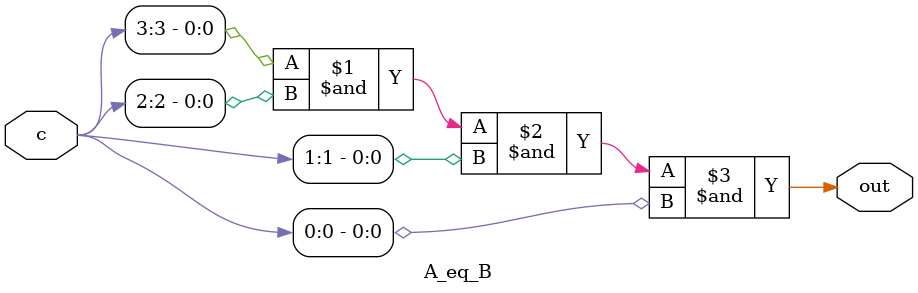
<source format=v>
module check(A,B,OUT);
input [3:0]A,B;
output [3:0]OUT;

assign OUT = ~(A ^ B);

endmodule
module top( a,b,a_gt_b,a_lt_b,a_eq_b);
input [3:0]a,b;
output a_eq_b,a_gt_b,a_lt_b;
wire [3:0]c;
check check_0(a,b,c);
A_gt_B x(a,b,c,a_gt_b);
A_lt_B y(a,b,c,a_lt_b);
A_eq_B z(c,a_eq_b);

endmodule

module A_gt_B( a,b,c,out);
input [3:0]a,b,c;
output out;

assign out = (a[3]&~b[3])||(c[3]&a[2]&~b[2])||(c[3]&c[2]&a[1]&~b[1])|| (c[3]&c[2]&c[1]&a[0]&~b[0]);
endmodule 

module A_lt_B( a,b,c,out);
input [3:0]a,b,c;
output out;
assign out = (~a[3]&b[3])||(c[3]&~a[2]&b[2])||(c[3]&c[2]&~a[1]&b[1])|| (c[3]&c[2]&c[1]&~a[0]&b[0]);
endmodule 
module A_eq_B(c,out);
input [3:0]c;
output out;
and (out,c[3],c[2],c[1],c[0]);
endmodule
</source>
